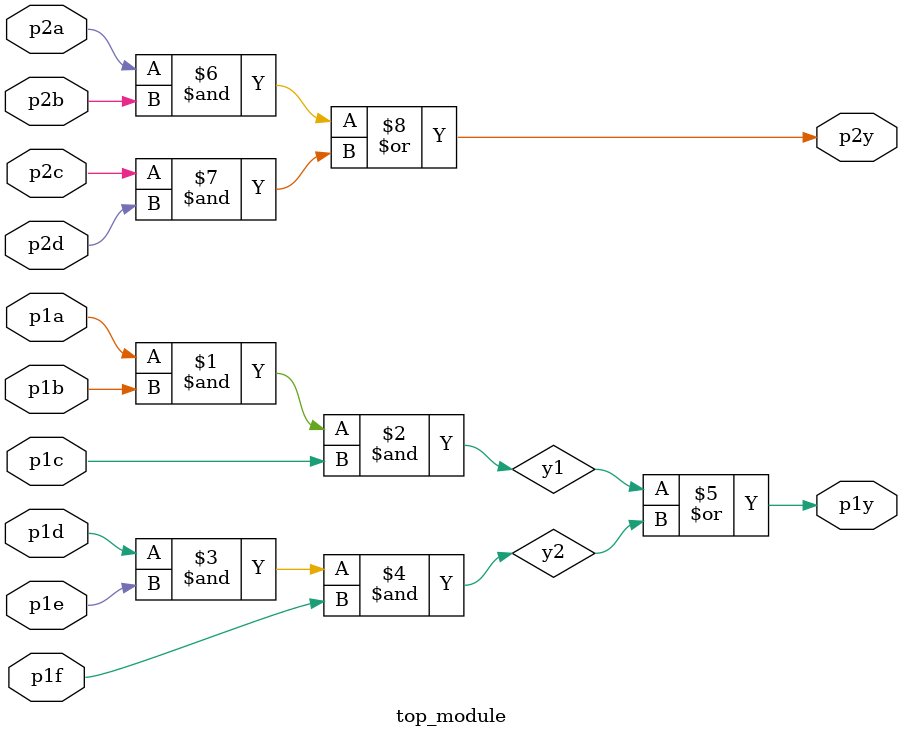
<source format=sv>
module top_module(
	input p1a, 
	input p1b, 
	input p1c, 
	input p1d,
	input p1e,
	input p1f,
	output p1y, 
	input p2a, 
	input p2b, 
	input p2c, 
	input p2d, 
	output p2y
);

	// Intermediate wire declaration
	wire y1, y2;
	
	// Assigning intermediate wires
	assign y1 = p1a & p1b & p1c;
	assign y2 = p1d & p1e & p1f;
	
	// Output assignments
	assign p1y = y1 | y2;
	assign p2y = p2a & p2b | p2c & p2d;

endmodule

</source>
